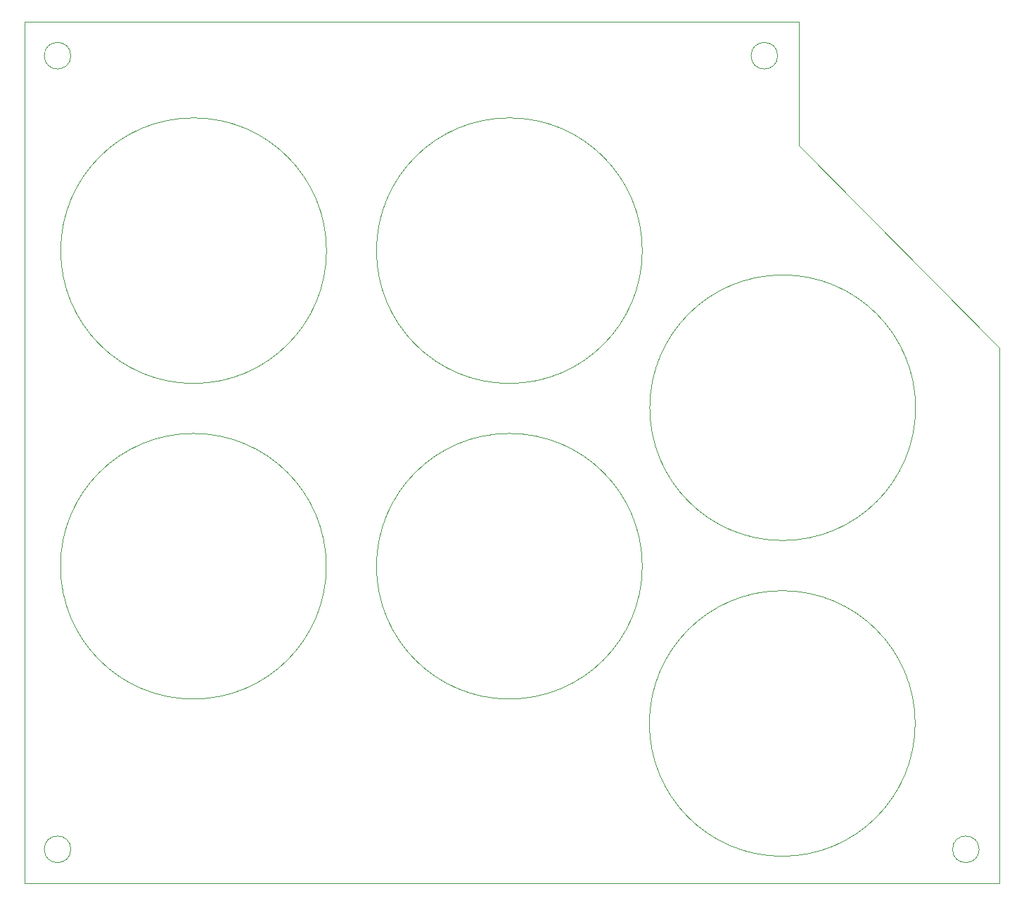
<source format=gbr>
%TF.GenerationSoftware,KiCad,Pcbnew,7.0.9*%
%TF.CreationDate,2023-12-28T17:28:50+09:00*%
%TF.ProjectId,arcade_input_panel_support,61726361-6465-45f6-996e-7075745f7061,2*%
%TF.SameCoordinates,PX2246a88PY7fa82d0*%
%TF.FileFunction,Profile,NP*%
%FSLAX46Y46*%
G04 Gerber Fmt 4.6, Leading zero omitted, Abs format (unit mm)*
G04 Created by KiCad (PCBNEW 7.0.9) date 2023-12-28 17:28:50*
%MOMM*%
%LPD*%
G01*
G04 APERTURE LIST*
%TA.AperFunction,Profile*%
%ADD10C,0.100000*%
%TD*%
G04 APERTURE END LIST*
D10*
X74336394Y76200000D02*
G75*
G03*
X74336394Y76200000I-16000000J0D01*
G01*
X36320000Y76200000D02*
G75*
G03*
X36320000Y76200000I-16000000J0D01*
G01*
X93218000Y88900000D02*
X117348000Y64516000D01*
X117348000Y0D01*
X0Y0D01*
X0Y103759000D01*
X93218000Y103759000D01*
X93218000Y88900000D01*
X5537000Y99695000D02*
G75*
G03*
X5537000Y99695000I-1600000J0D01*
G01*
X107188000Y19227800D02*
G75*
G03*
X107188000Y19227800I-16000000J0D01*
G01*
X90627000Y99690000D02*
G75*
G03*
X90627000Y99690000I-1600000J0D01*
G01*
X74336394Y38174200D02*
G75*
G03*
X74336394Y38174200I-16000000J0D01*
G01*
X36294600Y38174200D02*
G75*
G03*
X36294600Y38174200I-16000000J0D01*
G01*
X107236800Y57275000D02*
G75*
G03*
X107236800Y57275000I-16000000J0D01*
G01*
X5537000Y4064000D02*
G75*
G03*
X5537000Y4064000I-1600000J0D01*
G01*
X114884000Y4064000D02*
G75*
G03*
X114884000Y4064000I-1600000J0D01*
G01*
M02*

</source>
